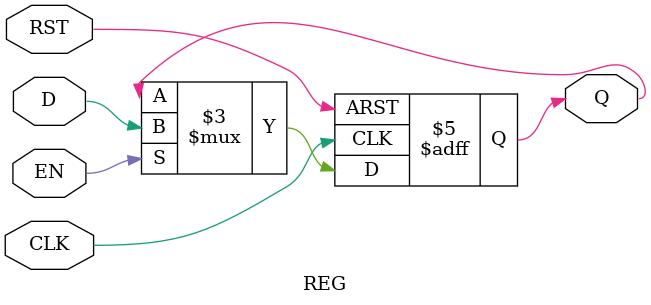
<source format=v>
/* Actice low reset Register */
module REG 
#(
    parameter W = 1
) 
(
    input               CLK,
    input               RST,
    input               EN,
    input       [W-1:0] D,
    output reg  [W-1:0] Q
);
    
    always @ (posedge CLK, negedge RST) begin
        if (!RST) 
            Q <= 1'b0;
        else if (EN)
            Q <= D;
    end
    
endmodule
</source>
